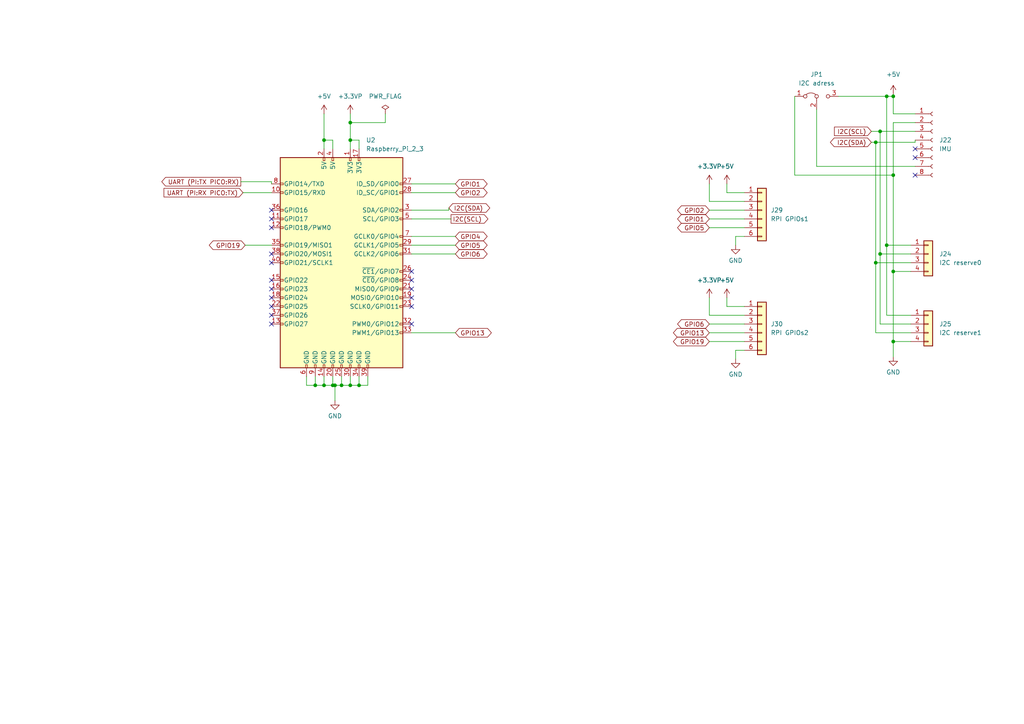
<source format=kicad_sch>
(kicad_sch (version 20211123) (generator eeschema)
  (paper "A4")
  (title_block (title "Landrumower main unit") (rev "1.0"))
  (lib_symbols
    (symbol "Connector:Conn_01x08_Female" (pin_names (offset 1.016) hide)
      (property "Reference" "J" (at 0 10.16 0))
      (property "Value" "Conn_01x08_Female" (at 0 -12.7 0))
      (symbol "Conn_01x08_Female_1_1"
        (arc (start 0 -9.652) (mid -0.508 -10.16) (end 0 -10.668) (stroke (width 0.1524)))
        (arc (start 0 -7.112) (mid -0.508 -7.62) (end 0 -8.128) (stroke (width 0.1524)))
        (arc (start 0 -4.572) (mid -0.508 -5.08) (end 0 -5.588) (stroke (width 0.1524)))
        (arc (start 0 -2.032) (mid -0.508 -2.54) (end 0 -3.048) (stroke (width 0.1524)))
        (polyline (pts (xy -1.27 -10.16) (xy -0.508 -10.16)) (stroke (width 0.1524)))
        (polyline (pts (xy -1.27 -7.62) (xy -0.508 -7.62)) (stroke (width 0.1524)))
        (polyline (pts (xy -1.27 -5.08) (xy -0.508 -5.08)) (stroke (width 0.1524)))
        (polyline (pts (xy -1.27 -2.54) (xy -0.508 -2.54)) (stroke (width 0.1524)))
        (polyline (pts (xy -1.27 0) (xy -0.508 0)) (stroke (width 0.1524)))
        (polyline (pts (xy -1.27 2.54) (xy -0.508 2.54)) (stroke (width 0.1524)))
        (polyline (pts (xy -1.27 5.08) (xy -0.508 5.08)) (stroke (width 0.1524)))
        (polyline (pts (xy -1.27 7.62) (xy -0.508 7.62)) (stroke (width 0.1524)))
        (arc (start 0 0.508) (mid -0.508 0) (end 0 -0.508) (stroke (width 0.1524)))
        (arc (start 0 3.048) (mid -0.508 2.54) (end 0 2.032) (stroke (width 0.1524)))
        (arc (start 0 5.588) (mid -0.508 5.08) (end 0 4.572) (stroke (width 0.1524)))
        (arc (start 0 8.128) (mid -0.508 7.62) (end 0 7.112) (stroke (width 0.1524)))
        (pin passive line (at -5.08 7.62 0) (length 3.81) (name "Pin_1") (number "1"))
        (pin passive line (at -5.08 5.08 0) (length 3.81) (name "Pin_2") (number "2"))
        (pin passive line (at -5.08 2.54 0) (length 3.81) (name "Pin_3") (number "3"))
        (pin passive line (at -5.08 0 0) (length 3.81) (name "Pin_4") (number "4"))
        (pin passive line (at -5.08 -2.54 0) (length 3.81) (name "Pin_5") (number "5"))
        (pin passive line (at -5.08 -5.08 0) (length 3.81) (name "Pin_6") (number "6"))
        (pin passive line (at -5.08 -7.62 0) (length 3.81) (name "Pin_7") (number "7"))
        (pin passive line (at -5.08 -10.16 0) (length 3.81) (name "Pin_8") (number "8"))
      )
    )
    (symbol "Connector:Raspberry_Pi_2_3" (pin_names (offset 1.016))
      (property "Reference" "J" (at -17.78 31.75 0))
      (property "Value" "Raspberry_Pi_2_3" (at 10.16 -31.75 0))
      (symbol "Raspberry_Pi_2_3_0_1"
        (rectangle (start -17.78 30.48) (end 17.78 -30.48) (stroke (width 0.254)) (fill (type background)))
      )
      (symbol "Raspberry_Pi_2_3_1_1"
        (rectangle (start -16.891 -17.526) (end -17.78 -18.034))
        (rectangle (start -16.891 -14.986) (end -17.78 -15.494))
        (rectangle (start -16.891 -12.446) (end -17.78 -12.954))
        (rectangle (start -16.891 -9.906) (end -17.78 -10.414))
        (rectangle (start -16.891 -7.366) (end -17.78 -7.874))
        (rectangle (start -16.891 -4.826) (end -17.78 -5.334))
        (rectangle (start -16.891 0.254) (end -17.78 -0.254))
        (rectangle (start -16.891 2.794) (end -17.78 2.286))
        (rectangle (start -16.891 5.334) (end -17.78 4.826))
        (rectangle (start -16.891 10.414) (end -17.78 9.906))
        (rectangle (start -16.891 12.954) (end -17.78 12.446))
        (rectangle (start -16.891 15.494) (end -17.78 14.986))
        (rectangle (start -16.891 20.574) (end -17.78 20.066))
        (rectangle (start -16.891 23.114) (end -17.78 22.606))
        (rectangle (start -10.414 -29.591) (end -9.906 -30.48))
        (rectangle (start -7.874 -29.591) (end -7.366 -30.48))
        (rectangle (start -5.334 -29.591) (end -4.826 -30.48))
        (rectangle (start -5.334 30.48) (end -4.826 29.591))
        (rectangle (start -2.794 -29.591) (end -2.286 -30.48))
        (rectangle (start -2.794 30.48) (end -2.286 29.591))
        (rectangle (start -0.254 -29.591) (end 0.254 -30.48))
        (rectangle (start 2.286 -29.591) (end 2.794 -30.48))
        (rectangle (start 2.286 30.48) (end 2.794 29.591))
        (rectangle (start 4.826 -29.591) (end 5.334 -30.48))
        (rectangle (start 4.826 30.48) (end 5.334 29.591))
        (rectangle (start 7.366 -29.591) (end 7.874 -30.48))
        (rectangle (start 17.78 -20.066) (end 16.891 -20.574))
        (rectangle (start 17.78 -17.526) (end 16.891 -18.034))
        (rectangle (start 17.78 -12.446) (end 16.891 -12.954))
        (rectangle (start 17.78 -9.906) (end 16.891 -10.414))
        (rectangle (start 17.78 -7.366) (end 16.891 -7.874))
        (rectangle (start 17.78 -4.826) (end 16.891 -5.334))
        (rectangle (start 17.78 -2.286) (end 16.891 -2.794))
        (rectangle (start 17.78 2.794) (end 16.891 2.286))
        (rectangle (start 17.78 5.334) (end 16.891 4.826))
        (rectangle (start 17.78 7.874) (end 16.891 7.366))
        (rectangle (start 17.78 12.954) (end 16.891 12.446))
        (rectangle (start 17.78 15.494) (end 16.891 14.986))
        (rectangle (start 17.78 20.574) (end 16.891 20.066))
        (rectangle (start 17.78 23.114) (end 16.891 22.606))
        (pin power_in line (at 2.54 33.02 270) (length 2.54) (name "3V3") (number "1"))
        (pin bidirectional line (at -20.32 20.32 0) (length 2.54) (name "GPIO15/RXD") (number "10"))
        (pin bidirectional line (at -20.32 12.7 0) (length 2.54) (name "GPIO17") (number "11"))
        (pin bidirectional line (at -20.32 10.16 0) (length 2.54) (name "GPIO18/PWM0") (number "12"))
        (pin bidirectional line (at -20.32 -17.78 0) (length 2.54) (name "GPIO27") (number "13"))
        (pin power_in line (at -5.08 -33.02 90) (length 2.54) (name "GND") (number "14"))
        (pin bidirectional line (at -20.32 -5.08 0) (length 2.54) (name "GPIO22") (number "15"))
        (pin bidirectional line (at -20.32 -7.62 0) (length 2.54) (name "GPIO23") (number "16"))
        (pin power_in line (at 5.08 33.02 270) (length 2.54) (name "3V3") (number "17"))
        (pin bidirectional line (at -20.32 -10.16 0) (length 2.54) (name "GPIO24") (number "18"))
        (pin bidirectional line (at 20.32 -10.16 180) (length 2.54) (name "MOSI0/GPIO10") (number "19"))
        (pin power_in line (at -5.08 33.02 270) (length 2.54) (name "5V") (number "2"))
        (pin power_in line (at -2.54 -33.02 90) (length 2.54) (name "GND") (number "20"))
        (pin bidirectional line (at 20.32 -7.62 180) (length 2.54) (name "MISO0/GPIO9") (number "21"))
        (pin bidirectional line (at -20.32 -12.7 0) (length 2.54) (name "GPIO25") (number "22"))
        (pin bidirectional line (at 20.32 -12.7 180) (length 2.54) (name "SCLK0/GPIO11") (number "23"))
        (pin bidirectional line (at 20.32 -5.08 180) (length 2.54) (name "~{CE0}/GPIO8") (number "24"))
        (pin power_in line (at 0 -33.02 90) (length 2.54) (name "GND") (number "25"))
        (pin bidirectional line (at 20.32 -2.54 180) (length 2.54) (name "~{CE1}/GPIO7") (number "26"))
        (pin bidirectional line (at 20.32 22.86 180) (length 2.54) (name "ID_SD/GPIO0") (number "27"))
        (pin bidirectional line (at 20.32 20.32 180) (length 2.54) (name "ID_SC/GPIO1") (number "28"))
        (pin bidirectional line (at 20.32 5.08 180) (length 2.54) (name "GCLK1/GPIO5") (number "29"))
        (pin bidirectional line (at 20.32 15.24 180) (length 2.54) (name "SDA/GPIO2") (number "3"))
        (pin power_in line (at 2.54 -33.02 90) (length 2.54) (name "GND") (number "30"))
        (pin bidirectional line (at 20.32 2.54 180) (length 2.54) (name "GCLK2/GPIO6") (number "31"))
        (pin bidirectional line (at 20.32 -17.78 180) (length 2.54) (name "PWM0/GPIO12") (number "32"))
        (pin bidirectional line (at 20.32 -20.32 180) (length 2.54) (name "PWM1/GPIO13") (number "33"))
        (pin power_in line (at 5.08 -33.02 90) (length 2.54) (name "GND") (number "34"))
        (pin bidirectional line (at -20.32 5.08 0) (length 2.54) (name "GPIO19/MISO1") (number "35"))
        (pin bidirectional line (at -20.32 15.24 0) (length 2.54) (name "GPIO16") (number "36"))
        (pin bidirectional line (at -20.32 -15.24 0) (length 2.54) (name "GPIO26") (number "37"))
        (pin bidirectional line (at -20.32 2.54 0) (length 2.54) (name "GPIO20/MOSI1") (number "38"))
        (pin power_in line (at 7.62 -33.02 90) (length 2.54) (name "GND") (number "39"))
        (pin power_in line (at -2.54 33.02 270) (length 2.54) (name "5V") (number "4"))
        (pin bidirectional line (at -20.32 0 0) (length 2.54) (name "GPIO21/SCLK1") (number "40"))
        (pin bidirectional line (at 20.32 12.7 180) (length 2.54) (name "SCL/GPIO3") (number "5"))
        (pin power_in line (at -10.16 -33.02 90) (length 2.54) (name "GND") (number "6"))
        (pin bidirectional line (at 20.32 7.62 180) (length 2.54) (name "GCLK0/GPIO4") (number "7"))
        (pin bidirectional line (at -20.32 22.86 0) (length 2.54) (name "GPIO14/TXD") (number "8"))
        (pin power_in line (at -7.62 -33.02 90) (length 2.54) (name "GND") (number "9"))
      )
    )
    (symbol "Connector_Generic:Conn_01x04" (pin_names (offset 1.016) hide)
      (property "Reference" "J" (at 0 5.08 0))
      (property "Value" "Conn_01x04" (at 0 -7.62 0))
      (symbol "Conn_01x04_1_1"
        (rectangle (start -1.27 -4.953) (end 0 -5.207) (stroke (width 0.1524)))
        (rectangle (start -1.27 -2.413) (end 0 -2.667) (stroke (width 0.1524)))
        (rectangle (start -1.27 0.127) (end 0 -0.127) (stroke (width 0.1524)))
        (rectangle (start -1.27 2.667) (end 0 2.413) (stroke (width 0.1524)))
        (rectangle (start -1.27 3.81) (end 1.27 -6.35) (stroke (width 0.254)) (fill (type background)))
        (pin passive line (at -5.08 2.54 0) (length 3.81) (name "Pin_1") (number "1"))
        (pin passive line (at -5.08 0 0) (length 3.81) (name "Pin_2") (number "2"))
        (pin passive line (at -5.08 -2.54 0) (length 3.81) (name "Pin_3") (number "3"))
        (pin passive line (at -5.08 -5.08 0) (length 3.81) (name "Pin_4") (number "4"))
      )
    )
    (symbol "Connector_Generic:Conn_01x06" (pin_names (offset 1.016) hide)
      (property "Reference" "J" (at 0 7.62 0))
      (property "Value" "Conn_01x06" (at 0 -10.16 0))
      (symbol "Conn_01x06_1_1"
        (rectangle (start -1.27 -7.493) (end 0 -7.747) (stroke (width 0.1524)))
        (rectangle (start -1.27 -4.953) (end 0 -5.207) (stroke (width 0.1524)))
        (rectangle (start -1.27 -2.413) (end 0 -2.667) (stroke (width 0.1524)))
        (rectangle (start -1.27 0.127) (end 0 -0.127) (stroke (width 0.1524)))
        (rectangle (start -1.27 2.667) (end 0 2.413) (stroke (width 0.1524)))
        (rectangle (start -1.27 5.207) (end 0 4.953) (stroke (width 0.1524)))
        (rectangle (start -1.27 6.35) (end 1.27 -8.89) (stroke (width 0.254)) (fill (type background)))
        (pin passive line (at -5.08 5.08 0) (length 3.81) (name "Pin_1") (number "1"))
        (pin passive line (at -5.08 2.54 0) (length 3.81) (name "Pin_2") (number "2"))
        (pin passive line (at -5.08 0 0) (length 3.81) (name "Pin_3") (number "3"))
        (pin passive line (at -5.08 -2.54 0) (length 3.81) (name "Pin_4") (number "4"))
        (pin passive line (at -5.08 -5.08 0) (length 3.81) (name "Pin_5") (number "5"))
        (pin passive line (at -5.08 -7.62 0) (length 3.81) (name "Pin_6") (number "6"))
      )
    )
    (symbol "Jumper:Jumper_3_Bridged12" (pin_names (offset 0) hide)
      (property "Reference" "JP" (at -2.54 -2.54 0))
      (property "Value" "Jumper_3_Bridged12" (at 0 2.794 0))
      (symbol "Jumper_3_Bridged12_0_0"
        (circle (center -3.302 0) (radius 0.508))
        (circle (center 0 0) (radius 0.508))
        (circle (center 3.302 0) (radius 0.508))
      )
      (symbol "Jumper_3_Bridged12_0_1"
        (arc (start -0.254 0.508) (mid -1.651 0.9912) (end -3.048 0.508))
        (polyline (pts (xy 0 -1.27) (xy 0 -0.508)))
      )
      (symbol "Jumper_3_Bridged12_1_1"
        (pin passive line (at -6.35 0 0) (length 2.54) (name "A") (number "1"))
        (pin passive line (at 0 -3.81 90) (length 2.54) (name "C") (number "2"))
        (pin passive line (at 6.35 0 180) (length 2.54) (name "B") (number "3"))
      )
    )
    (symbol "power:+3.3VP" (power) (pin_names (offset 0))
      (property "Value" "+3.3VP" (at 0 2.54 0))
      (symbol "+3.3VP_0_0"
        (pin power_in line (at 0 0 90) (length 0) hide (name "+3.3VP") (number "1"))
      )
      (symbol "+3.3VP_0_1"
        (polyline (pts (xy -0.762 1.27) (xy 0 2.54)))
        (polyline (pts (xy 0 0) (xy 0 2.54)))
        (polyline (pts (xy 0 2.54) (xy 0.762 1.27)))
      )
    )
    (symbol "power:+5V" (power) (pin_names (offset 0))
      (property "Value" "+5V" (at 0 3.556 0))
      (symbol "+5V_0_1"
        (polyline (pts (xy -0.762 1.27) (xy 0 2.54)))
        (polyline (pts (xy 0 0) (xy 0 2.54)))
        (polyline (pts (xy 0 2.54) (xy 0.762 1.27)))
      )
      (symbol "+5V_1_1"
        (pin power_in line (at 0 0 90) (length 0) hide (name "+5V") (number "1"))
      )
    )
    (symbol "power:GND" (power) (pin_names (offset 0))
      (property "Value" "GND" (at 0 -3.81 0))
      (symbol "GND_0_1"
        (polyline (pts (xy 0 0) (xy 0 -1.27) (xy 1.27 -1.27) (xy 0 -2.54) (xy -1.27 -1.27) (xy 0 -1.27)))
      )
      (symbol "GND_1_1"
        (pin power_in line (at 0 0 270) (length 0) hide (name "GND") (number "1"))
      )
    )
    (symbol "power:PWR_FLAG" (power) (pin_numbers hide) (pin_names (offset 0) hide)
      (property "Value" "PWR_FLAG" (at 0 3.81 0))
      (symbol "PWR_FLAG_0_0"
        (pin power_out line (at 0 0 90) (length 0) (name "pwr") (number "1"))
      )
      (symbol "PWR_FLAG_0_1"
        (polyline (pts (xy 0 0) (xy 0 1.27) (xy -1.016 1.905) (xy 0 2.54) (xy 1.016 1.905) (xy 0 1.27)))
      )
    )
  )
  (junction (at 93.98 40.64))
  (junction (at 99.06 111.76))
  (junction (at 255.27 38.1))
  (junction (at 254 41.275))
  (junction (at 91.44 111.76))
  (junction (at 254 76.2))
  (junction (at 93.98 111.76))
  (junction (at 259.08 99.06))
  (junction (at 257.175 27.94))
  (junction (at 101.6 111.76))
  (junction (at 97.155 111.76))
  (junction (at 259.08 78.74))
  (junction (at 101.6 35.56))
  (junction (at 104.14 111.76))
  (junction (at 96.52 111.76))
  (junction (at 255.27 73.66))
  (junction (at 259.08 50.8))
  (junction (at 101.6 40.64))
  (junction (at 259.08 27.94))
  (junction (at 257.175 71.12))
  (no_connect (at 265.43 45.72))
  (no_connect (at 265.43 50.8))
  (no_connect (at 265.43 43.18))
  (no_connect (at 119.38 88.9))
  (no_connect (at 119.38 81.28))
  (no_connect (at 119.38 83.82))
  (no_connect (at 119.38 86.36))
  (no_connect (at 119.38 78.74))
  (no_connect (at 78.74 60.96))
  (no_connect (at 119.38 93.98))
  (no_connect (at 78.74 91.44))
  (no_connect (at 78.74 88.9))
  (no_connect (at 78.74 86.36))
  (no_connect (at 78.74 83.82))
  (no_connect (at 78.74 81.28))
  (no_connect (at 78.74 93.98))
  (no_connect (at 78.74 76.2))
  (no_connect (at 78.74 73.66))
  (no_connect (at 78.74 66.04))
  (no_connect (at 78.74 63.5))
  (wire (pts (xy 96.52 40.64) (xy 93.98 40.64)))
  (wire (pts (xy 210.82 88.9) (xy 215.9 88.9)))
  (wire (pts (xy 236.855 31.75) (xy 236.855 48.26)))
  (wire (pts (xy 259.08 99.06) (xy 264.16 99.06)))
  (wire (pts (xy 97.155 111.76) (xy 97.155 116.205)))
  (wire (pts (xy 213.36 68.58) (xy 215.9 68.58)))
  (wire (pts (xy 259.08 27.305) (xy 259.08 27.94)))
  (wire (pts (xy 104.14 40.64) (xy 101.6 40.64)))
  (wire (pts (xy 230.505 50.8) (xy 259.08 50.8)))
  (wire (pts (xy 96.52 109.22) (xy 96.52 111.76)))
  (wire (pts (xy 119.38 63.5) (xy 130.81 63.5)))
  (wire (pts (xy 104.14 109.22) (xy 104.14 111.76)))
  (wire (pts (xy 91.44 111.76) (xy 93.98 111.76)))
  (wire (pts (xy 255.27 73.66) (xy 255.27 38.1)))
  (wire (pts (xy 259.08 78.74) (xy 264.16 78.74)))
  (wire (pts (xy 70.485 55.88) (xy 78.74 55.88)))
  (wire (pts (xy 93.98 33.02) (xy 93.98 40.64)))
  (wire (pts (xy 264.16 91.44) (xy 257.175 91.44)))
  (wire (pts (xy 88.9 109.22) (xy 88.9 111.76)))
  (wire (pts (xy 96.52 111.76) (xy 97.155 111.76)))
  (wire (pts (xy 71.12 71.12) (xy 78.74 71.12)))
  (wire (pts (xy 119.38 55.88) (xy 132.08 55.88)))
  (wire (pts (xy 119.38 53.34) (xy 132.08 53.34)))
  (wire (pts (xy 257.175 91.44) (xy 257.175 71.12)))
  (wire (pts (xy 205.74 93.98) (xy 215.9 93.98)))
  (wire (pts (xy 205.74 91.44) (xy 215.9 91.44)))
  (wire (pts (xy 130.175 60.96) (xy 130.175 60.325)))
  (wire (pts (xy 264.16 93.98) (xy 255.27 93.98)))
  (wire (pts (xy 264.16 76.2) (xy 254 76.2)))
  (wire (pts (xy 236.855 48.26) (xy 265.43 48.26)))
  (wire (pts (xy 78.74 52.705) (xy 78.74 53.34)))
  (wire (pts (xy 111.76 33.02) (xy 111.76 35.56)))
  (wire (pts (xy 99.06 111.76) (xy 101.6 111.76)))
  (wire (pts (xy 101.6 111.76) (xy 104.14 111.76)))
  (wire (pts (xy 101.6 35.56) (xy 111.76 35.56)))
  (wire (pts (xy 205.74 86.36) (xy 205.74 91.44)))
  (wire (pts (xy 93.98 40.64) (xy 93.98 43.18)))
  (wire (pts (xy 205.74 63.5) (xy 215.9 63.5)))
  (wire (pts (xy 205.74 60.96) (xy 215.9 60.96)))
  (wire (pts (xy 264.16 96.52) (xy 254 96.52)))
  (wire (pts (xy 259.08 103.505) (xy 259.08 99.06)))
  (wire (pts (xy 205.74 66.04) (xy 215.9 66.04)))
  (wire (pts (xy 119.38 60.96) (xy 130.175 60.96)))
  (wire (pts (xy 69.85 52.705) (xy 78.74 52.705)))
  (wire (pts (xy 104.14 43.18) (xy 104.14 40.64)))
  (wire (pts (xy 93.98 111.76) (xy 96.52 111.76)))
  (wire (pts (xy 91.44 109.22) (xy 91.44 111.76)))
  (wire (pts (xy 119.38 68.58) (xy 132.08 68.58)))
  (wire (pts (xy 213.36 101.6) (xy 215.9 101.6)))
  (wire (pts (xy 106.68 109.22) (xy 106.68 111.76)))
  (wire (pts (xy 119.38 73.66) (xy 132.08 73.66)))
  (wire (pts (xy 243.205 27.94) (xy 257.175 27.94)))
  (wire (pts (xy 257.175 27.94) (xy 259.08 27.94)))
  (wire (pts (xy 101.6 33.02) (xy 101.6 35.56)))
  (wire (pts (xy 205.74 53.34) (xy 205.74 58.42)))
  (wire (pts (xy 210.82 55.88) (xy 215.9 55.88)))
  (wire (pts (xy 213.36 71.12) (xy 213.36 68.58)))
  (wire (pts (xy 99.06 109.22) (xy 99.06 111.76)))
  (wire (pts (xy 259.08 78.74) (xy 259.08 50.8)))
  (wire (pts (xy 265.43 41.275) (xy 265.43 40.64)))
  (wire (pts (xy 210.82 86.36) (xy 210.82 88.9)))
  (wire (pts (xy 205.74 96.52) (xy 215.9 96.52)))
  (wire (pts (xy 259.08 35.56) (xy 265.43 35.56)))
  (wire (pts (xy 254 41.275) (xy 265.43 41.275)))
  (wire (pts (xy 101.6 35.56) (xy 101.6 40.64)))
  (wire (pts (xy 259.08 33.02) (xy 265.43 33.02)))
  (wire (pts (xy 93.98 109.22) (xy 93.98 111.76)))
  (wire (pts (xy 205.74 58.42) (xy 215.9 58.42)))
  (wire (pts (xy 119.38 71.12) (xy 132.08 71.12)))
  (wire (pts (xy 88.9 111.76) (xy 91.44 111.76)))
  (wire (pts (xy 259.08 99.06) (xy 259.08 78.74)))
  (wire (pts (xy 97.155 111.76) (xy 99.06 111.76)))
  (wire (pts (xy 264.16 73.66) (xy 255.27 73.66)))
  (wire (pts (xy 230.505 27.94) (xy 230.505 50.8)))
  (wire (pts (xy 259.08 27.94) (xy 259.08 33.02)))
  (wire (pts (xy 252.73 38.1) (xy 255.27 38.1)))
  (wire (pts (xy 255.27 93.98) (xy 255.27 73.66)))
  (wire (pts (xy 255.27 38.1) (xy 265.43 38.1)))
  (wire (pts (xy 213.36 104.14) (xy 213.36 101.6)))
  (wire (pts (xy 101.6 109.22) (xy 101.6 111.76)))
  (wire (pts (xy 264.16 71.12) (xy 257.175 71.12)))
  (wire (pts (xy 210.82 53.34) (xy 210.82 55.88)))
  (wire (pts (xy 252.73 41.275) (xy 254 41.275)))
  (wire (pts (xy 119.38 96.52) (xy 132.08 96.52)))
  (wire (pts (xy 254 96.52) (xy 254 76.2)))
  (wire (pts (xy 96.52 43.18) (xy 96.52 40.64)))
  (wire (pts (xy 257.175 27.94) (xy 257.175 71.12)))
  (wire (pts (xy 101.6 40.64) (xy 101.6 43.18)))
  (wire (pts (xy 259.08 50.8) (xy 259.08 35.56)))
  (wire (pts (xy 104.14 111.76) (xy 106.68 111.76)))
  (wire (pts (xy 254 76.2) (xy 254 41.275)))
  (wire (pts (xy 205.74 99.06) (xy 215.9 99.06)))
  (global_label "GPIO19" (shape bidirectional) (at 205.74 99.06 180) (property "Intersheet References" "${INTERSHEET_REFS}" (effects hide)))
  (global_label "UART (PI:TX PICO:RX)" (shape output) (at 69.85 52.705 180) (property "Intersheet References" "${INTERSHEET_REFS}" (effects hide)))
  (global_label "GPIO6" (shape bidirectional) (at 132.08 73.66 0) (property "Intersheet References" "${INTERSHEET_REFS}" (effects hide)))
  (global_label "GPIO5" (shape bidirectional) (at 205.74 66.04 180) (property "Intersheet References" "${INTERSHEET_REFS}" (effects hide)))
  (global_label "GPIO5" (shape bidirectional) (at 132.08 71.12 0) (property "Intersheet References" "${INTERSHEET_REFS}" (effects hide)))
  (global_label "I2C(SDA)" (shape bidirectional) (at 130.175 60.325 0) (property "Intersheet References" "${INTERSHEET_REFS}" (effects hide)))
  (global_label "I2C(SDA)" (shape bidirectional) (at 252.73 41.275 180) (property "Intersheet References" "${INTERSHEET_REFS}" (effects hide)))
  (global_label "GPIO13" (shape bidirectional) (at 132.08 96.52 0) (property "Intersheet References" "${INTERSHEET_REFS}" (effects hide)))
  (global_label "GPIO4" (shape bidirectional) (at 132.08 68.58 0) (property "Intersheet References" "${INTERSHEET_REFS}" (effects hide)))
  (global_label "GPIO2" (shape bidirectional) (at 132.08 55.88 0) (property "Intersheet References" "${INTERSHEET_REFS}" (effects hide)))
  (global_label "GPIO2" (shape bidirectional) (at 205.74 60.96 180) (property "Intersheet References" "${INTERSHEET_REFS}" (effects hide)))
  (global_label "I2C(SCL)" (shape output) (at 130.81 63.5 0) (property "Intersheet References" "${INTERSHEET_REFS}" (effects hide)))
  (global_label "GPIO13" (shape bidirectional) (at 205.74 96.52 180) (property "Intersheet References" "${INTERSHEET_REFS}" (effects hide)))
  (global_label "GPIO1" (shape bidirectional) (at 205.74 63.5 180) (property "Intersheet References" "${INTERSHEET_REFS}" (effects hide)))
  (global_label "UART (PI:RX PICO:TX)" (shape input) (at 70.485 55.88 180) (property "Intersheet References" "${INTERSHEET_REFS}" (effects hide)))
  (global_label "GPIO1" (shape bidirectional) (at 132.08 53.34 0) (property "Intersheet References" "${INTERSHEET_REFS}" (effects hide)))
  (global_label "GPIO19" (shape bidirectional) (at 71.12 71.12 180) (property "Intersheet References" "${INTERSHEET_REFS}" (effects hide)))
  (global_label "I2C(SCL)" (shape input) (at 252.73 38.1 180) (property "Intersheet References" "${INTERSHEET_REFS}" (effects hide)))
  (global_label "GPIO6" (shape bidirectional) (at 205.74 93.98 180) (property "Intersheet References" "${INTERSHEET_REFS}" (effects hide)))
  (symbol (lib_id "power:PWR_FLAG") (at 111.76 33.02 0) (unit 1)
    (property "Reference" "#FLG0104" (effects hide))
    (property "Value" "PWR_FLAG" (at 111.76 27.94 0))
  )
  (symbol (lib_id "power:+5V") (at 210.82 53.34 0) (unit 1)
    (property "Reference" "#PWR0122" (effects hide))
    (property "Value" "+5V" (at 210.82 48.26 0))
  )
  (symbol (lib_id "Connector_Generic:Conn_01x04") (at 269.24 73.66 0) (unit 1)
    (property "Reference" "J24" (at 272.415 73.6599 0) (effects (justify left)))
    (property "Value" "I2C reserve0" (at 272.415 76.1999 0) (effects (justify left)))
    (property "Footprint" "Connector_JST:JST_EH_B4B-EH-A_1x04_P2.50mm_Vertical" (effects hide))
  )
  (symbol (lib_id "power:+3.3VP") (at 205.74 86.36 0) (unit 1)
    (property "Reference" "#PWR0143" (effects hide))
    (property "Value" "+3.3VP" (at 205.74 81.28 0))
  )
  (symbol (lib_id "power:+5V") (at 210.82 86.36 0) (unit 1)
    (property "Reference" "#PWR0144" (effects hide))
    (property "Value" "+5V" (at 210.82 81.28 0))
  )
  (symbol (lib_id "power:GND") (at 213.36 71.12 0) (unit 1)
    (property "Reference" "#PWR0121" (effects hide))
    (property "Value" "GND" (at 213.36 75.565 0))
  )
  (symbol (lib_id "power:GND") (at 259.08 103.505 0) (unit 1)
    (property "Reference" "#PWR0111" (effects hide))
    (property "Value" "GND" (at 259.08 107.95 0))
  )
  (symbol (lib_id "Connector:Raspberry_Pi_2_3") (at 99.06 76.2 0) (unit 1)
    (property "Reference" "U2" (at 106.1594 40.64 0) (effects (justify left)))
    (property "Value" "Raspberry_Pi_2_3" (at 106.1594 43.18 0) (effects (justify left)))
    (property "Footprint" "Connector_PinSocket_2.54mm:PinSocket_2x20_P2.54mm_Vertical" (effects hide))
    (property "Datasheet" "https://www.raspberrypi.org/documentation/hardware/raspberrypi/schematics/rpi_SCH_3bplus_1p0_reduced.pdf" (effects hide))
  )
  (symbol (lib_id "power:GND") (at 97.155 116.205 0) (unit 1)
    (property "Reference" "#PWR0106" (effects hide))
    (property "Value" "GND" (at 97.155 120.65 0))
  )
  (symbol (lib_id "power:+5V") (at 93.98 33.02 0) (unit 1)
    (property "Reference" "#PWR0105" (effects hide))
    (property "Value" "+5V" (at 93.98 27.94 0))
  )
  (symbol (lib_id "Connector_Generic:Conn_01x06") (at 220.98 60.96 0) (unit 1)
    (property "Reference" "J29" (at 223.52 60.9599 0) (effects (justify left)))
    (property "Value" "RPI GPIOs1" (at 223.52 63.4999 0) (effects (justify left)))
    (property "Footprint" "Connector_JST:JST_EH_B6B-EH-A_1x06_P2.50mm_Vertical" (effects hide))
  )
  (symbol (lib_id "power:+3.3VP") (at 101.6 33.02 0) (unit 1)
    (property "Reference" "#PWR0120" (effects hide))
    (property "Value" "+3.3VP" (at 101.6 27.94 0))
  )
  (symbol (lib_id "power:GND") (at 213.36 104.14 0) (unit 1)
    (property "Reference" "#PWR0145" (effects hide))
    (property "Value" "GND" (at 213.36 108.585 0))
  )
  (symbol (lib_id "power:+3.3VP") (at 205.74 53.34 0) (unit 1)
    (property "Reference" "#PWR0127" (effects hide))
    (property "Value" "+3.3VP" (at 205.74 48.26 0))
  )
  (symbol (lib_id "Connector_Generic:Conn_01x06") (at 220.98 93.98 0) (unit 1)
    (property "Reference" "J30" (at 223.52 93.9799 0) (effects (justify left)))
    (property "Value" "RPI GPIOs2" (at 223.52 96.5199 0) (effects (justify left)))
    (property "Footprint" "Connector_JST:JST_EH_B6B-EH-A_1x06_P2.50mm_Vertical" (effects hide))
  )
  (symbol (lib_id "power:+5V") (at 259.08 27.305 0) (unit 1)
    (property "Reference" "#PWR0112" (effects hide))
    (property "Value" "+5V" (at 259.08 21.59 0))
  )
  (symbol (lib_id "Connector:Conn_01x08_Female") (at 270.51 40.64 0) (unit 1)
    (property "Reference" "J22" (at 272.415 40.6399 0) (effects (justify left)))
    (property "Value" "IMU" (at 272.415 43.1799 0) (effects (justify left)))
    (property "Footprint" "Connector_PinSocket_2.54mm:PinSocket_1x08_P2.54mm_Vertical" (effects hide))
  )
  (symbol (lib_id "Connector_Generic:Conn_01x04") (at 269.24 93.98 0) (unit 1)
    (property "Reference" "J25" (at 272.415 93.9799 0) (effects (justify left)))
    (property "Value" "I2C reserve1" (at 272.415 96.5199 0) (effects (justify left)))
    (property "Footprint" "Connector_JST:JST_EH_B4B-EH-A_1x04_P2.50mm_Vertical" (effects hide))
  )
  (symbol (lib_id "Jumper:Jumper_3_Bridged12") (at 236.855 27.94 0) (unit 1)
    (property "Reference" "JP1" (at 236.855 21.59 0))
    (property "Value" "I2C adress" (at 236.855 24.13 0))
    (property "Footprint" "Connector_PinHeader_2.54mm:PinHeader_1x03_P2.54mm_Vertical" (effects hide))
  )
)
</source>
